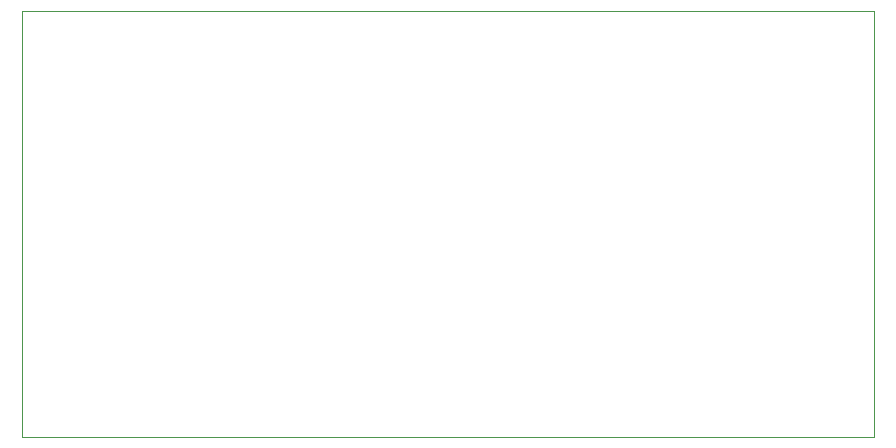
<source format=gbr>
G04 #@! TF.GenerationSoftware,KiCad,Pcbnew,(5.1.6)-1*
G04 #@! TF.CreationDate,2020-09-24T21:49:11+02:00*
G04 #@! TF.ProjectId,Brewnode_MCU_Adapter,42726577-6e6f-4646-955f-4d43555f4164,rev?*
G04 #@! TF.SameCoordinates,Original*
G04 #@! TF.FileFunction,Profile,NP*
%FSLAX46Y46*%
G04 Gerber Fmt 4.6, Leading zero omitted, Abs format (unit mm)*
G04 Created by KiCad (PCBNEW (5.1.6)-1) date 2020-09-24 21:49:11*
%MOMM*%
%LPD*%
G01*
G04 APERTURE LIST*
G04 #@! TA.AperFunction,Profile*
%ADD10C,0.100000*%
G04 #@! TD*
G04 APERTURE END LIST*
D10*
X186944000Y-115570000D02*
X186944000Y-79502000D01*
X114808000Y-115570000D02*
X186944000Y-115570000D01*
X114808000Y-79502000D02*
X114808000Y-115570000D01*
X186944000Y-79502000D02*
X114808000Y-79502000D01*
M02*

</source>
